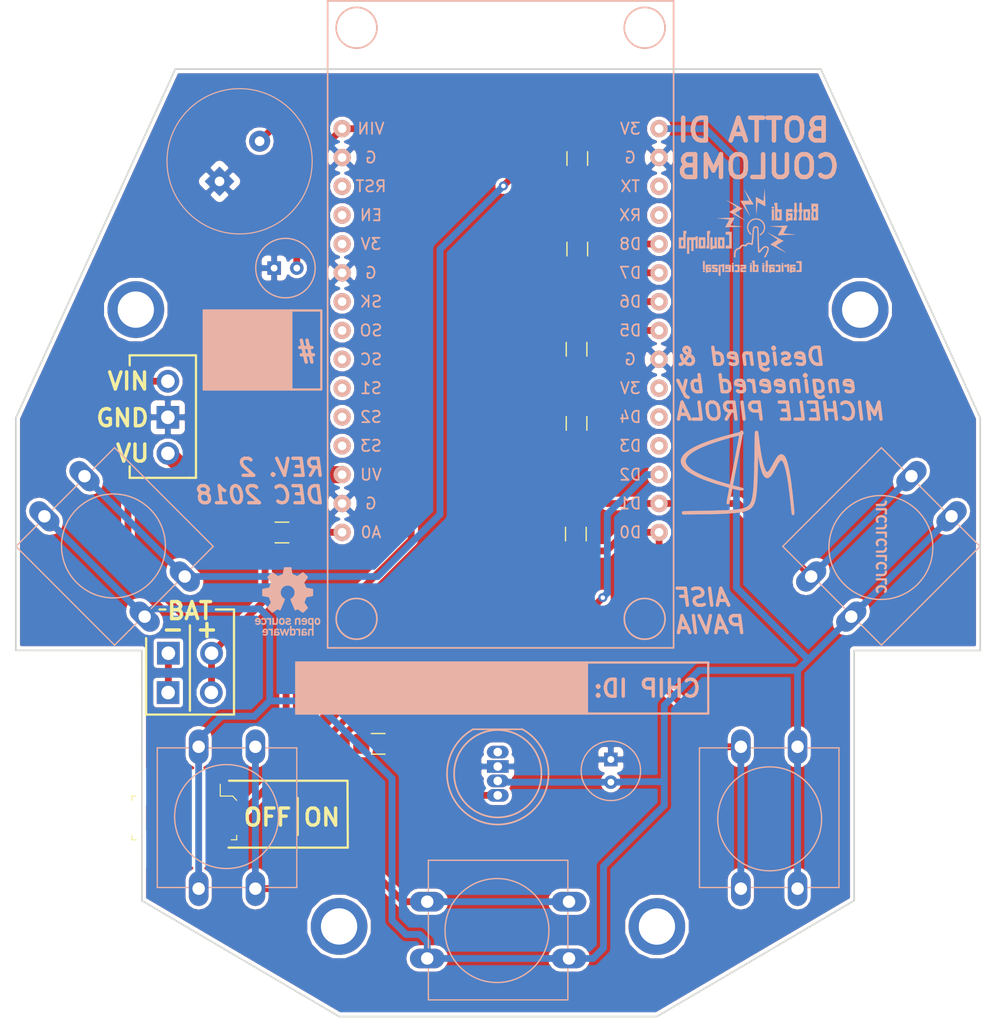
<source format=kicad_pcb>
(kicad_pcb (version 20171130) (host pcbnew 5.0.2-bee76a0~70~ubuntu18.10.1)
  (title_block (title "Botta di Coulomb") (date "13 December 2018") (rev 2) (company "AISF Pavia") (comment 1 "Designed and engineered by Michele Pirola") (comment 2 "Open source project"))
  (layers (0 F.Cu signal) (31 B.Cu signal) (34 B.Paste user) (35 F.Paste user) (36 B.SilkS user) (37 F.SilkS user) (38 B.Mask user) (39 F.Mask user) (44 Edge.Cuts user))
  (net 0 "")
  (net 1 GND)
  (net 2 +3V3)
  (net 3 "Net-(J1-Pad1)")
  (net 4 "Net-(J2-Pad1)")
  (net 5 "Net-(J3-Pad1)")
  (net 6 "Net-(J4-Pad1)")
  (net 7 "Net-(J5-Pad1)")
  (net 8 "Net-(BZ1-Pad1)")
  (net 9 "Net-(R6-Pad2)")
  (net 10 "Net-(C2-Pad1)")
  (net 11 "Net-(D1-Pad1)")
  (net 12 /BAT-)
  (net 13 /BAT+)
  (net 14 /VUSB)
  (net 15 /VSUP)
  (net 16 "Net-(R7-Pad1)")
  (module Button_Switch_THT:SW_PUSH-12mm (layer B.Cu) (at 130.558369 107.740101 135)
    (fp_text reference J5 hide)
    (fp_text value PULS_E)
    (pad 2 thru_hole oval (at 0 -5 135) (size 3.048 1.7272) (drill 1.1) (layers *.Cu *.Mask) (net 2 +3V3))
    (pad 1 thru_hole oval (at 0 0 135) (size 3.048 1.7272) (drill 1.1) (layers *.Cu *.Mask) (net 7 "Net-(J5-Pad1)"))
    (pad 2 thru_hole oval (at 12.5 -5 135) (size 3.048 1.7272) (drill 1.1) (layers *.Cu *.Mask) (net 2 +3V3))
    (pad 1 thru_hole oval (at 12.5 0 135) (size 3.048 1.7272) (drill 1.1) (layers *.Cu *.Mask) (net 7 "Net-(J5-Pad1)"))
  )
  (module Connector_Wire:SolderWirePad_1x02_P3.81mm_Drill0.8mm (layer F.Cu) (at 129.089914 117.96369)
    (fp_text reference J6 hide)
    (fp_text value HEADER_BAT)
    (pad 1 thru_hole rect (at 0 0) (size 1.99898 1.99898) (drill 1.2) (layers *.Cu *.Mask) (net 12 /BAT-))
    (pad 2 thru_hole circle (at 3.81 0) (size 1.99898 1.99898) (drill 1.2) (layers *.Cu *.Mask) (net 13 /BAT+))
  )
  (module Connector_Wire:SolderWirePad_1x02_P3.81mm_Drill0.8mm (layer F.Cu) (at 129.111914 114.49369)
    (fp_text reference J8 hide)
    (fp_text value HEADER_CHG)
    (pad 2 thru_hole circle (at 3.81 0) (size 1.99898 1.99898) (drill 1.2) (layers *.Cu *.Mask) (net 13 /BAT+))
    (pad 1 thru_hole rect (at 0 0) (size 1.99898 1.99898) (drill 1.2) (layers *.Cu *.Mask) (net 12 /BAT-))
  )
  (module Button_Switch_THT:SW_PUSH-12mm (layer B.Cu) (at 194.622835 98.897965 225)
    (fp_text reference J1 hide)
    (fp_text value PULS_A)
    (pad 2 thru_hole oval (at 0 -5 225) (size 3.048 1.7272) (drill 1.1) (layers *.Cu *.Mask) (net 2 +3V3))
    (pad 1 thru_hole oval (at 0 0 225) (size 3.048 1.7272) (drill 1.1) (layers *.Cu *.Mask) (net 3 "Net-(J1-Pad1)"))
    (pad 2 thru_hole oval (at 12.5 -5 225) (size 3.048 1.7272) (drill 1.1) (layers *.Cu *.Mask) (net 2 +3V3))
    (pad 1 thru_hole oval (at 12.5 0 225) (size 3.048 1.7272) (drill 1.1) (layers *.Cu *.Mask) (net 3 "Net-(J1-Pad1)"))
  )
  (module Connector_Wire:SolderWirePad_1x03_P3.175mm_Drill0.8mm (layer F.Cu) (at 129.0701 96.8883 90)
    (fp_text reference J7 hide)
    (fp_text value HEADER_SUP)
    (pad 1 thru_hole circle (at 0 0 90) (size 1.99898 1.99898) (drill 1.2) (layers *.Cu *.Mask) (net 14 /VUSB))
    (pad 2 thru_hole rect (at 3.175 0 90) (size 1.99898 1.99898) (drill 1.2) (layers *.Cu *.Mask) (net 1 GND))
    (pad 3 thru_hole circle (at 6.35 0 90) (size 1.99898 1.99898) (drill 1.2) (layers *.Cu *.Mask) (net 15 /VSUP))
  )
  (module digikey-footprints:Switch_Slide_JS202011SCQN (layer F.Cu) (at 130.51218 129.006821 180)
    (fp_text reference S1 hide)
    (fp_text value JS202011SCQN)
    (pad 3 smd rect (at 2.5 2.75 180) (size 1.2 2.5) (layers F.Cu F.Paste F.Mask))
    (pad 2 smd rect (at 0 2.75 180) (size 1.2 2.5) (layers F.Cu F.Paste F.Mask) (net 15 /VSUP))
    (pad 1 smd rect (at -2.5 2.75 180) (size 1.2 2.5) (layers F.Cu F.Paste F.Mask) (net 10 "Net-(C2-Pad1)"))
    (pad 4 smd rect (at -2.5 -2.75 180) (size 1.2 2.5) (layers F.Cu F.Paste F.Mask) (net 10 "Net-(C2-Pad1)"))
    (pad 5 smd rect (at 0 -2.75 180) (size 1.2 2.5) (layers F.Cu F.Paste F.Mask) (net 15 /VSUP))
    (pad 6 smd rect (at 2.5 -2.75 180) (size 1.2 2.5) (layers F.Cu F.Paste F.Mask))
  )
  (module ESP8266:NodeMCU-LoLinV3 (layer B.Cu) (at 158.404 83.5268)
    (fp_text reference U1 hide)
    (fp_text value NodeMCU)
    (fp_text user VIN (at -11.43 -15.24) (layer B.SilkS) (effects (justify mirror)))
    (fp_text user G (at -11.43 -12.7) (layer B.SilkS) (effects (justify mirror)))
    (fp_text user RST (at -11.43 -10.16) (layer B.SilkS) (effects (justify mirror)))
    (fp_text user EN (at -11.43 -7.62) (layer B.SilkS) (effects (justify mirror)))
    (fp_text user 3V (at -11.43 -5.08) (layer B.SilkS) (effects (justify mirror)))
    (fp_text user G (at -11.43 -2.54) (layer B.SilkS) (effects (justify mirror)))
    (fp_text user SK (at -11.43 0) (layer B.SilkS) (effects (justify mirror)))
    (fp_text user SO (at -11.43 2.54) (layer B.SilkS) (effects (justify mirror)))
    (fp_text user SC (at -11.43 5.08) (layer B.SilkS) (effects (justify mirror)))
    (fp_text user S1 (at -11.43 7.62) (layer B.SilkS) (effects (justify mirror)))
    (fp_text user S2 (at -11.43 10.16) (layer B.SilkS) (effects (justify mirror)))
    (fp_text user S3 (at -11.43 12.7) (layer B.SilkS) (effects (justify mirror)))
    (fp_text user VU (at -11.43 15.24) (layer B.SilkS) (effects (justify mirror)))
    (fp_text user G (at -11.43 17.78) (layer B.SilkS) (effects (justify mirror)))
    (fp_text user A0 (at -11.43 20.32) (layer B.SilkS) (effects (justify mirror)))
    (fp_text user 3V (at 11.43 -15.24) (layer B.SilkS) (effects (justify mirror)))
    (fp_text user G (at 11.43 -12.7) (layer B.SilkS) (effects (justify mirror)))
    (fp_text user TX (at 11.43 -10.16) (layer B.SilkS) (effects (justify mirror)))
    (fp_text user RX (at 11.43 -7.62) (layer B.SilkS) (effects (justify mirror)))
    (fp_text user D8 (at 11.43 -5.08) (layer B.SilkS) (effects (justify mirror)))
    (fp_text user D7 (at 11.43 -2.54) (layer B.SilkS) (effects (justify mirror)))
    (fp_text user D6 (at 11.43 0) (layer B.SilkS) (effects (justify mirror)))
    (fp_text user D5 (at 11.43 2.54) (layer B.SilkS) (effects (justify mirror)))
    (fp_text user G (at 11.43 5.08) (layer B.SilkS) (effects (justify mirror)))
    (fp_text user 3V (at 11.43 7.62) (layer B.SilkS) (effects (justify mirror)))
    (fp_text user D4 (at 11.43 10.16) (layer B.SilkS) (effects (justify mirror)))
    (fp_text user D3 (at 11.43 12.7) (layer B.SilkS) (effects (justify mirror)))
    (fp_text user D2 (at 11.43 15.24) (layer B.SilkS) (effects (justify mirror)))
    (fp_text user D1 (at 11.43 17.78) (layer B.SilkS) (effects (justify mirror)))
    (fp_text user D0 (at 11.43 20.32) (layer B.SilkS) (effects (justify mirror)))
    (pad 1 thru_hole circle (at -13.97 20.32) (size 1.524 1.524) (drill 0.762) (layers *.Cu *.Mask B.SilkS) (net 16 "Net-(R7-Pad1)"))
    (pad 2 thru_hole circle (at -13.97 17.78) (size 1.524 1.524) (drill 0.762) (layers *.Cu *.Mask B.SilkS) (net 1 GND))
    (pad 3 thru_hole circle (at -13.97 15.24) (size 1.524 1.524) (drill 0.762) (layers *.Cu *.Mask B.SilkS) (net 14 /VUSB))
    (pad 4 thru_hole circle (at -13.97 12.7) (size 1.524 1.524) (drill 0.762) (layers *.Cu *.Mask B.SilkS))
    (pad 5 thru_hole circle (at -13.97 10.16) (size 1.524 1.524) (drill 0.762) (layers *.Cu *.Mask B.SilkS))
    (pad 6 thru_hole circle (at -13.97 7.62) (size 1.524 1.524) (drill 0.762) (layers *.Cu *.Mask B.SilkS))
    (pad 7 thru_hole circle (at -13.97 5.08) (size 1.524 1.524) (drill 0.762) (layers *.Cu *.Mask B.SilkS))
    (pad 8 thru_hole circle (at -13.97 2.54) (size 1.524 1.524) (drill 0.762) (layers *.Cu *.Mask B.SilkS))
    (pad 9 thru_hole circle (at -13.97 0) (size 1.524 1.524) (drill 0.762) (layers *.Cu *.Mask B.SilkS))
    (pad 10 thru_hole circle (at -13.97 -2.54) (size 1.524 1.524) (drill 0.762) (layers *.Cu *.Mask B.SilkS) (net 1 GND))
    (pad 11 thru_hole circle (at -13.97 -5.08) (size 1.524 1.524) (drill 0.762) (layers *.Cu *.Mask B.SilkS))
    (pad 12 thru_hole circle (at -13.97 -7.62) (size 1.524 1.524) (drill 0.762) (layers *.Cu *.Mask B.SilkS))
    (pad 13 thru_hole circle (at -13.97 -10.16) (size 1.524 1.524) (drill 0.762) (layers *.Cu *.Mask B.SilkS))
    (pad 14 thru_hole circle (at -13.97 -12.7) (size 1.524 1.524) (drill 0.762) (layers *.Cu *.Mask B.SilkS) (net 1 GND))
    (pad 15 thru_hole circle (at -13.97 -15.24) (size 1.524 1.524) (drill 0.762) (layers *.Cu *.Mask B.SilkS) (net 10 "Net-(C2-Pad1)"))
    (pad 16 thru_hole circle (at 13.97 -15.24) (size 1.524 1.524) (drill 0.762) (layers *.Cu *.Mask B.SilkS) (net 2 +3V3))
    (pad 17 thru_hole circle (at 13.97 -12.7) (size 1.524 1.524) (drill 0.762) (layers *.Cu *.Mask B.SilkS) (net 1 GND))
    (pad 18 thru_hole circle (at 13.97 -10.16) (size 1.524 1.524) (drill 0.762) (layers *.Cu *.Mask B.SilkS))
    (pad 19 thru_hole circle (at 13.97 -7.62) (size 1.524 1.524) (drill 0.762) (layers *.Cu *.Mask B.SilkS))
    (pad 20 thru_hole circle (at 13.97 -5.08) (size 1.524 1.524) (drill 0.762) (layers *.Cu *.Mask B.SilkS) (net 8 "Net-(BZ1-Pad1)"))
    (pad 21 thru_hole circle (at 13.97 -2.54) (size 1.524 1.524) (drill 0.762) (layers *.Cu *.Mask B.SilkS) (net 7 "Net-(J5-Pad1)"))
    (pad 22 thru_hole circle (at 13.97 0) (size 1.524 1.524) (drill 0.762) (layers *.Cu *.Mask B.SilkS) (net 6 "Net-(J4-Pad1)"))
    (pad 23 thru_hole circle (at 13.97 2.54) (size 1.524 1.524) (drill 0.762) (layers *.Cu *.Mask B.SilkS) (net 5 "Net-(J3-Pad1)"))
    (pad 24 thru_hole circle (at 13.97 5.08) (size 1.524 1.524) (drill 0.762) (layers *.Cu *.Mask B.SilkS) (net 1 GND))
    (pad 25 thru_hole circle (at 13.97 7.62) (size 1.524 1.524) (drill 0.762) (layers *.Cu *.Mask B.SilkS))
    (pad 26 thru_hole circle (at 13.97 10.16) (size 1.524 1.524) (drill 0.762) (layers *.Cu *.Mask B.SilkS))
    (pad 27 thru_hole circle (at 13.97 12.7) (size 1.524 1.524) (drill 0.762) (layers *.Cu *.Mask B.SilkS))
    (pad 28 thru_hole circle (at 13.97 15.24) (size 1.524 1.524) (drill 0.762) (layers *.Cu *.Mask B.SilkS) (net 9 "Net-(R6-Pad2)"))
    (pad 29 thru_hole circle (at 13.97 17.78) (size 1.524 1.524) (drill 0.762) (layers *.Cu *.Mask B.SilkS) (net 3 "Net-(J1-Pad1)"))
    (pad 30 thru_hole circle (at 13.97 20.32) (size 1.524 1.524) (drill 0.762) (layers *.Cu *.Mask B.SilkS) (net 4 "Net-(J2-Pad1)"))
  )
  (module Button_Switch_THT:SW_PUSH-12mm (layer B.Cu) (at 179.584 122.7368 270)
    (fp_text reference J2 hide)
    (fp_text value PULS_B)
    (pad 2 thru_hole oval (at 0 -5 270) (size 3.048 1.7272) (drill 1.1) (layers *.Cu *.Mask) (net 2 +3V3))
    (pad 1 thru_hole oval (at 0 0 270) (size 3.048 1.7272) (drill 1.1) (layers *.Cu *.Mask) (net 4 "Net-(J2-Pad1)"))
    (pad 2 thru_hole oval (at 12.5 -5 270) (size 3.048 1.7272) (drill 1.1) (layers *.Cu *.Mask) (net 2 +3V3))
    (pad 1 thru_hole oval (at 12.5 0 270) (size 3.048 1.7272) (drill 1.1) (layers *.Cu *.Mask) (net 4 "Net-(J2-Pad1)"))
  )
  (module digikey-footprints:Piezo_Transducer_THT_PS1240P02BT (layer B.Cu) (at 137.16 69.3928 135)
    (fp_text reference BZ1 hide)
    (fp_text value Buzzer)
    (pad 1 thru_hole oval (at 0 0 135) (size 1.85 1.85) (drill 0.85) (layers *.Cu *.Mask) (net 8 "Net-(BZ1-Pad1)"))
    (pad 2 thru_hole rect (at 0 -5 135) (size 1.85 1.85) (drill 0.85) (layers *.Cu *.Mask) (net 1 GND))
  )
  (module Capacitor_THT:C_Radial_D5.0mm_H7.0mm_P2.00mm (layer B.Cu) (at 168.1226 125.857 90)
    (fp_text reference C1 hide)
    (fp_text value 100u)
    (pad 1 thru_hole circle (at 0 0 90) (size 1.2 1.2) (drill 0.6) (layers *.Cu *.Mask) (net 2 +3V3))
    (pad 2 thru_hole rect (at 2 0 90) (size 1.2 1.2) (drill 0.6) (layers *.Cu *.Mask) (net 1 GND))
  )
  (module Capacitor_THT:C_Radial_D5.0mm_H7.0mm_P2.00mm (layer B.Cu) (at 140.4366 80.5688 180)
    (fp_text reference C2 hide)
    (fp_text value 100u)
    (pad 2 thru_hole rect (at 2 0 180) (size 1.2 1.2) (drill 0.6) (layers *.Cu *.Mask) (net 1 GND))
    (pad 1 thru_hole circle (at 0 0 180) (size 1.2 1.2) (drill 0.6) (layers *.Cu *.Mask) (net 10 "Net-(C2-Pad1)"))
  )
  (module apa-106:APA-106-F8 (layer B.Cu) (at 158.154 125.1118 90)
    (fp_text reference D1 hide)
    (fp_text value APA-106-F5)
    (pad 1 thru_hole oval (at -1.905 0) (size 1.905 1.1176) (drill 0.762) (layers *.Cu *.Mask) (net 11 "Net-(D1-Pad1)"))
    (pad 3 thru_hole rect (at 0.635 0) (size 1.905 1.1176) (drill 0.762) (layers *.Cu *.Mask) (net 1 GND))
    (pad 2 thru_hole oval (at -0.635 0) (size 1.905 1.1176) (drill 0.762) (layers *.Cu *.Mask) (net 2 +3V3))
    (pad 4 thru_hole oval (at 1.905 0) (size 1.905 1.1176) (drill 0.762) (layers *.Cu *.Mask))
  )
  (module Button_Switch_THT:SW_PUSH-12mm (layer B.Cu) (at 164.434 136.3868 180)
    (fp_text reference J3 hide)
    (fp_text value PULS_C)
    (pad 1 thru_hole oval (at 12.5 0 180) (size 3.048 1.7272) (drill 1.1) (layers *.Cu *.Mask) (net 5 "Net-(J3-Pad1)"))
    (pad 2 thru_hole oval (at 12.5 -5 180) (size 3.048 1.7272) (drill 1.1) (layers *.Cu *.Mask) (net 2 +3V3))
    (pad 1 thru_hole oval (at 0 0 180) (size 3.048 1.7272) (drill 1.1) (layers *.Cu *.Mask) (net 5 "Net-(J3-Pad1)"))
    (pad 2 thru_hole oval (at 0 -5 180) (size 3.048 1.7272) (drill 1.1) (layers *.Cu *.Mask) (net 2 +3V3))
  )
  (module Button_Switch_THT:SW_PUSH-12mm (layer B.Cu) (at 136.784 135.2368 90)
    (fp_text reference J4 hide)
    (fp_text value PULS_D)
    (pad 1 thru_hole oval (at 12.5 0 90) (size 3.048 1.7272) (drill 1.1) (layers *.Cu *.Mask) (net 6 "Net-(J4-Pad1)"))
    (pad 2 thru_hole oval (at 12.5 -5 90) (size 3.048 1.7272) (drill 1.1) (layers *.Cu *.Mask) (net 2 +3V3))
    (pad 1 thru_hole oval (at 0 0 90) (size 3.048 1.7272) (drill 1.1) (layers *.Cu *.Mask) (net 6 "Net-(J4-Pad1)"))
    (pad 2 thru_hole oval (at 0 -5 90) (size 3.048 1.7272) (drill 1.1) (layers *.Cu *.Mask) (net 2 +3V3))
  )
  (module Resistor_SMD:R_1206_3216Metric_Pad1.42x1.75mm_HandSolder (layer F.Cu) (at 165.1 94.2483 90)
    (fp_text reference R1 hide)
    (fp_text value 10k)
    (pad 1 smd roundrect (at -1.4875 0 90) (size 1.425 1.75) (layers F.Cu F.Paste F.Mask) (roundrect_rratio 0.175439) (net 3 "Net-(J1-Pad1)"))
    (pad 2 smd roundrect (at 1.4875 0 90) (size 1.425 1.75) (layers F.Cu F.Paste F.Mask) (roundrect_rratio 0.175439) (net 1 GND))
  )
  (module Resistor_SMD:R_1206_3216Metric_Pad1.42x1.75mm_HandSolder (layer F.Cu) (at 165.0365 104.0003 90)
    (fp_text reference R2 hide)
    (fp_text value 10k)
    (pad 1 smd roundrect (at -1.4875 0 90) (size 1.425 1.75) (layers F.Cu F.Paste F.Mask) (roundrect_rratio 0.175439) (net 4 "Net-(J2-Pad1)"))
    (pad 2 smd roundrect (at 1.4875 0 90) (size 1.425 1.75) (layers F.Cu F.Paste F.Mask) (roundrect_rratio 0.175439) (net 1 GND))
  )
  (module Resistor_SMD:R_1206_3216Metric_Pad1.42x1.75mm_HandSolder (layer F.Cu) (at 165.1 87.7173 90)
    (fp_text reference R3 hide)
    (fp_text value 10k)
    (pad 2 smd roundrect (at 1.4875 0 90) (size 1.425 1.75) (layers F.Cu F.Paste F.Mask) (roundrect_rratio 0.175439) (net 1 GND))
    (pad 1 smd roundrect (at -1.4875 0 90) (size 1.425 1.75) (layers F.Cu F.Paste F.Mask) (roundrect_rratio 0.175439) (net 5 "Net-(J3-Pad1)"))
  )
  (module Resistor_SMD:R_1206_3216Metric_Pad1.42x1.75mm_HandSolder (layer F.Cu) (at 165.1635 78.8908 90)
    (fp_text reference R4 hide)
    (fp_text value 10k)
    (pad 1 smd roundrect (at -1.4875 0 90) (size 1.425 1.75) (layers F.Cu F.Paste F.Mask) (roundrect_rratio 0.175439) (net 6 "Net-(J4-Pad1)"))
    (pad 2 smd roundrect (at 1.4875 0 90) (size 1.425 1.75) (layers F.Cu F.Paste F.Mask) (roundrect_rratio 0.175439) (net 1 GND))
  )
  (module Resistor_SMD:R_1206_3216Metric_Pad1.42x1.75mm_HandSolder (layer F.Cu) (at 165.1635 70.9168 90)
    (fp_text reference R5 hide)
    (fp_text value 10k)
    (pad 2 smd roundrect (at 1.4875 0 90) (size 1.425 1.75) (layers F.Cu F.Paste F.Mask) (roundrect_rratio 0.175439) (net 1 GND))
    (pad 1 smd roundrect (at -1.4875 0 90) (size 1.425 1.75) (layers F.Cu F.Paste F.Mask) (roundrect_rratio 0.175439) (net 7 "Net-(J5-Pad1)"))
  )
  (module Resistor_SMD:R_1206_3216Metric_Pad1.42x1.75mm_HandSolder (layer F.Cu) (at 147.6105 122.4788 180)
    (fp_text reference R6 hide)
    (fp_text value 220)
    (pad 2 smd roundrect (at 1.4875 0 180) (size 1.425 1.75) (layers F.Cu F.Paste F.Mask) (roundrect_rratio 0.175439) (net 9 "Net-(R6-Pad2)"))
    (pad 1 smd roundrect (at -1.4875 0 180) (size 1.425 1.75) (layers F.Cu F.Paste F.Mask) (roundrect_rratio 0.175439) (net 11 "Net-(D1-Pad1)"))
  )
  (module Resistor_SMD:R_1206_3216Metric_Pad1.42x1.75mm_HandSolder (layer F.Cu) (at 139.1269 103.8606 180)
    (fp_text reference R7 hide)
    (fp_text value 100k_1%)
    (pad 1 smd roundrect (at -1.4875 0 180) (size 1.425 1.75) (layers F.Cu F.Paste F.Mask) (roundrect_rratio 0.175439) (net 16 "Net-(R7-Pad1)"))
    (pad 2 smd roundrect (at 1.4875 0 180) (size 1.425 1.75) (layers F.Cu F.Paste F.Mask) (roundrect_rratio 0.175439) (net 13 /BAT+))
  )
  (module logo:logo_mic (layer B.Cu) (at 179.2986 98.6028 180)
    (fp_text reference G*** hide)
    (fp_text value LOGO hide)
  )
  (module loghi:bdc_logo_small (layer B.Cu) (at 180.2638 77.3684 180)
    (fp_text reference G*** hide)
    (fp_text value LOGO hide)
  )
  (module Symbol:OSHW-Logo_5.7x6mm_SilkScreen (layer B.Cu) (at 139.6365 109.9312 180)
    (fp_text reference REF** hide)
    (fp_text value OSHW-Logo_5.7x6mm_SilkScreen hide)
  )
  (gr_text JLCJLCJLCJLC (at 192.0113 105.1306 90) (layer B.SilkS) (effects (font (size 0.8 0.8) (thickness 0.2)) (justify mirror)))
  (gr_line (start 127.1524 119.9007) (end 127.1524 113.1697) (layer F.SilkS) (width 0.2))
  (gr_line (start 134.8994 119.9007) (end 127.1524 119.9007) (layer F.SilkS) (width 0.2))
  (gr_line (start 134.8994 110.6424) (end 134.8994 119.9007) (layer F.SilkS) (width 0.2))
  (gr_line (start 133.2992 110.6424) (end 134.8994 110.6424) (layer F.SilkS) (width 0.2))
  (gr_line (start 128.8542 110.6424) (end 128.3335 110.6424) (layer F.SilkS) (width 0.2))
  (gr_text "- +" (at 131.0132 112.3442) (layer F.SilkS) (effects (font (size 1.5 1.5) (thickness 0.3))))
  (gr_line (start 131.0132 112.0394) (end 131.0132 119.5578) (layer F.SilkS) (width 0.2))
  (gr_text BAT (at 131.0132 110.7694) (layer F.SilkS) (effects (font (size 1.5 1.5) (thickness 0.3))))
  (gr_line (start 144.9324 131.6228) (end 134.4168 131.6228) (layer F.SilkS) (width 0.2))
  (gr_line (start 144.907 125.73) (end 144.9324 131.6228) (layer F.SilkS) (width 0.2))
  (gr_line (start 134.4676 125.73) (end 144.907 125.73) (layer F.SilkS) (width 0.2))
  (gr_line (start 140.5128 127.254) (end 140.5128 130.5052) (layer F.SilkS) (width 0.2))
  (gr_line (start 176.7078 115.316) (end 176.7078 119.8118) (layer B.SilkS) (width 0.2))
  (gr_poly (pts (xy 166.0398 115.2906) (xy 140.3604 115.2906) (xy 140.3604 119.8372) (xy 166.0144 119.8372) (xy 166.0398 119.8118)) (layer B.SilkS) (width 0.15))
  (gr_line (start 142.5956 91.2622) (end 142.5956 89.281) (layer B.SilkS) (width 0.2))
  (gr_line (start 139.9286 91.2622) (end 142.5956 91.2622) (layer B.SilkS) (width 0.2))
  (gr_line (start 142.5956 84.3026) (end 142.5956 89.3064) (layer B.SilkS) (width 0.2))
  (gr_line (start 139.954 84.3026) (end 142.5956 84.3026) (layer B.SilkS) (width 0.2))
  (gr_text "#" (at 141.3002 87.884) (layer B.SilkS) (effects (font (size 1.5 1.5) (thickness 0.3)) (justify mirror)))
  (gr_poly (pts (xy 132.207 91.2876) (xy 132.207 84.2772) (xy 139.9794 84.2772) (xy 139.9794 91.2876)) (layer B.SilkS) (width 0.15))
  (gr_line (start 176.7078 119.8118) (end 166.0398 119.8118) (layer B.SilkS) (width 0.2))
  (gr_line (start 166.0398 115.316) (end 176.7078 115.316) (layer B.SilkS) (width 0.2))
  (gr_line (start 131.5466 99.0473) (end 130.9116 99.0473) (layer F.SilkS) (width 0.2))
  (gr_line (start 131.5466 88.2523) (end 131.5466 99.0473) (layer F.SilkS) (width 0.2))
  (gr_line (start 125.7046 88.2523) (end 131.5466 88.2523) (layer F.SilkS) (width 0.2))
  (gr_line (start 125.7046 89.1413) (end 125.7046 88.2523) (layer F.SilkS) (width 0.2))
  (gr_line (start 125.7046 98.4758) (end 125.7046 98.0313) (layer F.SilkS) (width 0.2))
  (gr_line (start 125.7046 99.0473) (end 125.7046 98.4123) (layer F.SilkS) (width 0.2))
  (gr_line (start 130.9751 99.0473) (end 125.7046 99.0473) (layer F.SilkS) (width 0.2))
  (gr_text GND (at 125.0696 93.7768) (layer F.SilkS) (effects (font (size 1.5 1.5) (thickness 0.3))))
  (gr_text VIN (at 125.5776 90.5383) (layer F.SilkS) (effects (font (size 1.5 1.5) (thickness 0.3))))
  (gr_text VU (at 125.9586 96.8883) (layer F.SilkS) (effects (font (size 1.5 1.5) (thickness 0.3))))
  (gr_text "OFF ON" (at 135.5852 128.9558) (layer F.SilkS) (effects (font (size 1.5 1.5) (thickness 0.3)) (justify left)))
  (gr_text "AISF\nPAVIA" (at 173.736 110.7948) (layer B.SilkS) (effects (font (size 1.5 1.5) (thickness 0.3) italic) (justify right mirror)))
  (gr_text "CHIP ID:" (at 171.323 117.602) (layer B.SilkS) (effects (font (size 1.5 1.5) (thickness 0.3)) (justify mirror)))
  (gr_text "REV. 2\nDEC 2018" (at 143.0401 99.3521) (layer B.SilkS) (effects (font (size 1.5 1.5) (thickness 0.3) italic) (justify left mirror)))
  (gr_text "Designed &\nengineered by\nMICHELE PIROLA" (at 173.736 90.7796) (layer B.SilkS) (effects (font (size 1.5 1.5) (thickness 0.3) italic) (justify right mirror)))
  (gr_text "BOTTA DI\nCOULOMB" (at 173.7614 70.0278) (layer B.SilkS) (effects (font (size 2 2) (thickness 0.4)) (justify right mirror)))
  (gr_line (start 200.684 93.7568) (end 186.634 63.0368) (layer Edge.Cuts) (width 0.15))
  (gr_line (start 200.684 114.2568) (end 200.684 93.7568) (layer Edge.Cuts) (width 0.15))
  (gr_line (start 189.574 114.2568) (end 200.684 114.2568) (layer Edge.Cuts) (width 0.15))
  (gr_line (start 189.574 136.2868) (end 189.574 114.2568) (layer Edge.Cuts) (width 0.15))
  (gr_line (start 172.174 146.5068) (end 189.574 136.2868) (layer Edge.Cuts) (width 0.15))
  (gr_line (start 144.174 146.5068) (end 172.174 146.5068) (layer Edge.Cuts) (width 0.15))
  (gr_line (start 126.784 136.2968) (end 144.174 146.5068) (layer Edge.Cuts) (width 0.15))
  (gr_line (start 126.774 114.2568) (end 126.784 136.2968) (layer Edge.Cuts) (width 0.15))
  (gr_line (start 115.664 114.2468) (end 126.774 114.2568) (layer Edge.Cuts) (width 0.15))
  (gr_line (start 115.664 93.7568) (end 115.664 114.2468) (layer Edge.Cuts) (width 0.15))
  (gr_line (start 129.724 63.0368) (end 115.664 93.7568) (layer Edge.Cuts) (width 0.15))
  (gr_line (start 186.634 63.0368) (end 129.724 63.0368) (layer Edge.Cuts) (width 0.15))
  (via (at 126.244 84.2268) (size 5) (drill 3.2) (layers F.Cu B.Cu) (net 0))
  (via (at 172.184 138.5768) (size 5) (drill 3.2) (layers F.Cu B.Cu) (net 0))
  (via (at 144.164 138.5668) (size 5) (drill 3.2) (layers F.Cu B.Cu) (net 0))
  (via (at 190.104 84.2268) (size 5) (drill 3.2) (layers F.Cu B.Cu) (net 0))
  (segment (start 151.934 141.3868) (end 164.434 141.3868) (width 0.6) (layer B.Cu) (net 2))
  (segment (start 184.584 133.1128) (end 184.584 122.7368) (width 0.6) (layer B.Cu) (net 2))
  (segment (start 184.584 135.2368) (end 184.584 133.1128) (width 0.6) (layer B.Cu) (net 2))
  (segment (start 189.319534 111.272334) (end 190.467874 110.123994) (width 0.6) (layer B.Cu) (net 2))
  (segment (start 131.784 122.7368) (end 131.784 135.2368) (width 0.6) (layer B.Cu) (net 2))
  (segment (start 118.184 102.4368) (end 127.022835 111.275635) (width 0.6) (layer B.Cu) (net 2))
  (segment (start 190.467874 110.123994) (end 198.158369 102.433499) (width 0.6) (layer B.Cu) (net 2))
  (segment (start 184.584 122.7368) (end 184.584 116.0526) (width 0.6) (layer B.Cu) (net 2))
  (segment (start 184.584 116.0526) (end 184.584 116.007868) (width 0.6) (layer B.Cu) (net 2))
  (segment (start 184.584 116.007868) (end 185.5343 115.057568) (width 0.6) (layer B.Cu) (net 2))
  (segment (start 185.5343 115.057568) (end 189.319534 111.272334) (width 0.6) (layer B.Cu) (net 2))
  (segment (start 136.6901 120.0531) (end 133.8073 120.0531) (width 0.6) (layer B.Cu) (net 2))
  (segment (start 137.188068 110.594268) (end 138.049 111.4552) (width 0.6) (layer B.Cu) (net 2))
  (segment (start 138.049 118.6942) (end 136.6901 120.0531) (width 0.6) (layer B.Cu) (net 2))
  (segment (start 127.022835 111.275635) (end 127.704202 110.594268) (width 0.6) (layer B.Cu) (net 2))
  (segment (start 127.704202 110.594268) (end 137.188068 110.594268) (width 0.6) (layer B.Cu) (net 2))
  (segment (start 131.784 122.0764) (end 131.784 122.7368) (width 0.6) (layer B.Cu) (net 2))
  (segment (start 138.049 111.4552) (end 138.049 118.6942) (width 0.6) (layer B.Cu) (net 2))
  (segment (start 133.8073 120.0531) (end 131.784 122.0764) (width 0.6) (layer B.Cu) (net 2))
  (segment (start 164.434 141.3868) (end 166.558 141.3868) (width 0.6) (layer B.Cu) (net 2))
  (segment (start 166.558 141.3868) (end 167.4749 140.4699) (width 0.6) (layer B.Cu) (net 2))
  (segment (start 184.584 116.007868) (end 175.914332 116.007868) (width 0.6) (layer B.Cu) (net 2))
  (segment (start 172.8343 127.9017) (end 167.4749 133.2611) (width 0.6) (layer B.Cu) (net 2))
  (segment (start 167.4749 140.4699) (end 167.4749 133.2611) (width 0.6) (layer B.Cu) (net 2))
  (segment (start 175.914332 116.007868) (end 172.8343 119.0879) (width 0.6) (layer B.Cu) (net 2))
  (segment (start 158.2642 125.857) (end 158.154 125.7468) (width 0.6) (layer B.Cu) (net 2))
  (segment (start 168.1226 125.857) (end 158.2642 125.857) (width 0.6) (layer B.Cu) (net 2))
  (segment (start 141.986 118.6942) (end 138.049 118.6942) (width 0.6) (layer B.Cu) (net 2))
  (segment (start 151.934 141.3868) (end 151.934 139.9232) (width 0.6) (layer B.Cu) (net 2))
  (segment (start 151.934 139.9232) (end 151.279 139.2682) (width 0.6) (layer B.Cu) (net 2))
  (segment (start 151.279 139.2682) (end 150.0632 139.2682) (width 0.6) (layer B.Cu) (net 2))
  (segment (start 150.0632 139.2682) (end 148.8313 138.0363) (width 0.6) (layer B.Cu) (net 2))
  (segment (start 148.8313 138.0363) (end 148.8313 125.5395) (width 0.6) (layer B.Cu) (net 2))
  (segment (start 148.8313 125.5395) (end 141.986 118.6942) (width 0.6) (layer B.Cu) (net 2))
  (segment (start 168.971128 125.857) (end 169.009228 125.8189) (width 0.6) (layer B.Cu) (net 2))
  (segment (start 168.1226 125.857) (end 168.971128 125.857) (width 0.6) (layer B.Cu) (net 2))
  (segment (start 169.009228 125.8189) (end 172.8343 125.8189) (width 0.6) (layer B.Cu) (net 2))
  (segment (start 172.8343 119.0879) (end 172.8343 125.8189) (width 0.6) (layer B.Cu) (net 2))
  (segment (start 172.8343 125.8189) (end 172.8343 127.9017) (width 0.6) (layer B.Cu) (net 2))
  (segment (start 179.197 71.0311) (end 176.4527 68.2868) (width 0.6) (layer B.Cu) (net 2))
  (segment (start 185.5343 115.057568) (end 179.197 108.720268) (width 0.6) (layer B.Cu) (net 2))
  (segment (start 176.4527 68.2868) (end 172.374 68.2868) (width 0.6) (layer B.Cu) (net 2))
  (segment (start 179.197 108.720268) (end 179.197 71.0311) (width 0.6) (layer B.Cu) (net 2))
  (segment (start 172.374 101.3068) (end 167.804 101.3068) (width 0.6) (layer F.Cu) (net 3))
  (segment (start 165.1 98.6028) (end 165.1 95.7358) (width 0.6) (layer F.Cu) (net 3))
  (segment (start 167.804 101.3068) (end 165.1 98.6028) (width 0.6) (layer F.Cu) (net 3))
  (segment (start 185.784 107.7368) (end 194.622835 98.897965) (width 0.6) (layer B.Cu) (net 3))
  (segment (start 179.354 101.3068) (end 185.784 107.7368) (width 0.6) (layer F.Cu) (net 3))
  (segment (start 172.374 101.3068) (end 179.354 101.3068) (width 0.6) (layer F.Cu) (net 3))
  (segment (start 172.374 103.8468) (end 169.381 103.8468) (width 0.6) (layer F.Cu) (net 4))
  (segment (start 167.74 105.4878) (end 165.0365 105.4878) (width 0.6) (layer F.Cu) (net 4))
  (segment (start 169.381 103.8468) (end 167.74 105.4878) (width 0.6) (layer F.Cu) (net 4))
  (segment (start 179.584 135.2368) (end 179.584 122.7368) (width 0.6) (layer B.Cu) (net 4))
  (segment (start 178.1204 122.7368) (end 179.584 122.7368) (width 0.6) (layer F.Cu) (net 4))
  (segment (start 172.374 116.9904) (end 178.1204 122.7368) (width 0.6) (layer F.Cu) (net 4))
  (segment (start 172.374 103.8468) (end 172.374 116.9904) (width 0.6) (layer F.Cu) (net 4))
  (segment (start 167.513 89.2048) (end 165.1 89.2048) (width 0.6) (layer F.Cu) (net 5))
  (segment (start 172.374 86.0668) (end 170.651 86.0668) (width 0.6) (layer F.Cu) (net 5))
  (segment (start 170.651 86.0668) (end 167.513 89.2048) (width 0.6) (layer F.Cu) (net 5))
  (segment (start 151.934 136.3868) (end 164.434 136.3868) (width 0.6) (layer B.Cu) (net 5))
  (segment (start 149.81 136.3868) (end 151.934 136.3868) (width 0.6) (layer F.Cu) (net 5))
  (segment (start 165.1 89.2048) (end 162.0012 89.2048) (width 0.6) (layer F.Cu) (net 5))
  (segment (start 162.0012 89.2048) (end 160.528 90.678) (width 0.6) (layer F.Cu) (net 5))
  (segment (start 160.528 104.521) (end 143.51 121.539) (width 0.6) (layer F.Cu) (net 5))
  (segment (start 143.51 130.0868) (end 149.81 136.3868) (width 0.6) (layer F.Cu) (net 5))
  (segment (start 160.528 90.678) (end 160.528 104.521) (width 0.6) (layer F.Cu) (net 5))
  (segment (start 143.51 121.539) (end 143.51 130.0868) (width 0.6) (layer F.Cu) (net 5))
  (segment (start 172.374 83.5268) (end 167.677 83.5268) (width 0.6) (layer F.Cu) (net 6))
  (segment (start 165.1635 81.1908) (end 165.1635 83.5268) (width 0.6) (layer F.Cu) (net 6))
  (segment (start 165.1635 80.3783) (end 165.1635 81.1908) (width 0.6) (layer F.Cu) (net 6))
  (segment (start 167.677 83.5268) (end 165.1635 83.5268) (width 0.6) (layer F.Cu) (net 6))
  (segment (start 136.784 135.2368) (end 136.784 122.7368) (width 0.6) (layer B.Cu) (net 6))
  (segment (start 156.464 104.5204) (end 156.464 89.6874) (width 0.6) (layer F.Cu) (net 6))
  (segment (start 162.6246 83.5268) (end 165.1635 83.5268) (width 0.6) (layer F.Cu) (net 6))
  (segment (start 156.464 89.6874) (end 162.6246 83.5268) (width 0.6) (layer F.Cu) (net 6))
  (segment (start 142.5956 118.3888) (end 156.464 104.5204) (width 0.6) (layer F.Cu) (net 6))
  (segment (start 141.9092 131.5752) (end 141.9092 119.0752) (width 0.6) (layer F.Cu) (net 6))
  (segment (start 138.2476 135.2368) (end 141.9092 131.5752) (width 0.6) (layer F.Cu) (net 6))
  (segment (start 136.784 135.2368) (end 138.2476 135.2368) (width 0.6) (layer F.Cu) (net 6))
  (segment (start 141.9092 119.0752) (end 142.5956 118.3888) (width 0.6) (layer F.Cu) (net 6))
  (segment (start 171.29637 80.9868) (end 167.9575 77.64793) (width 0.6) (layer F.Cu) (net 7))
  (segment (start 172.374 80.9868) (end 171.29637 80.9868) (width 0.6) (layer F.Cu) (net 7))
  (segment (start 165.934847 73.212147) (end 167.9575 75.2348) (width 0.6) (layer F.Cu) (net 7))
  (segment (start 165.934847 73.175647) (end 165.934847 73.212147) (width 0.6) (layer F.Cu) (net 7))
  (segment (start 165.1635 72.4043) (end 165.934847 73.175647) (width 0.6) (layer F.Cu) (net 7))
  (segment (start 167.9575 77.64793) (end 167.9575 75.2348) (width 0.6) (layer F.Cu) (net 7))
  (segment (start 121.719534 98.901266) (end 130.558369 107.740101) (width 0.6) (layer B.Cu) (net 7))
  (segment (start 130.558369 107.740101) (end 147.580699 107.740101) (width 0.6) (layer B.Cu) (net 7))
  (segment (start 147.580699 107.740101) (end 153.0604 102.2604) (width 0.6) (layer B.Cu) (net 7))
  (segment (start 153.0604 102.2604) (end 153.0604 78.9178) (width 0.6) (layer B.Cu) (net 7))
  (via (at 158.6484 73.3298) (size 0.8) (drill 0.4) (layers F.Cu B.Cu) (net 7))
  (segment (start 153.0604 78.9178) (end 158.6484 73.3298) (width 0.6) (layer B.Cu) (net 7))
  (segment (start 159.5739 72.4043) (end 165.1635 72.4043) (width 0.6) (layer F.Cu) (net 7))
  (segment (start 158.6484 73.3298) (end 159.5739 72.4043) (width 0.6) (layer F.Cu) (net 7))
  (segment (start 140.7033 65.8495) (end 137.16 69.3928) (width 0.6) (layer F.Cu) (net 8))
  (segment (start 149.6568 65.8495) (end 140.7033 65.8495) (width 0.6) (layer F.Cu) (net 8))
  (segment (start 172.374 78.4468) (end 171.0425 78.4468) (width 0.6) (layer F.Cu) (net 8))
  (segment (start 171.0425 78.4468) (end 169.6085 77.0128) (width 0.6) (layer F.Cu) (net 8))
  (segment (start 169.6085 77.0128) (end 169.6085 68.6308) (width 0.6) (layer F.Cu) (net 8))
  (segment (start 168.0337 67.056) (end 150.8633 67.056) (width 0.6) (layer F.Cu) (net 8))
  (segment (start 150.8633 67.056) (end 149.6568 65.8495) (width 0.6) (layer F.Cu) (net 8))
  (segment (start 169.6085 68.6308) (end 168.0337 67.056) (width 0.6) (layer F.Cu) (net 8))
  (via (at 167.4114 109.601) (size 0.8) (drill 0.4) (layers F.Cu B.Cu) (net 9))
  (segment (start 167.811399 109.201001) (end 167.4114 109.601) (width 0.6) (layer B.Cu) (net 9))
  (segment (start 167.811399 102.251771) (end 167.811399 109.201001) (width 0.6) (layer B.Cu) (net 9))
  (segment (start 171.29637 98.7668) (end 167.811399 102.251771) (width 0.6) (layer B.Cu) (net 9))
  (segment (start 172.374 98.7668) (end 171.29637 98.7668) (width 0.6) (layer B.Cu) (net 9))
  (segment (start 166.0906 110.9218) (end 167.4114 109.601) (width 0.6) (layer F.Cu) (net 9))
  (segment (start 149.9076 118.6942) (end 157.68 110.9218) (width 0.6) (layer F.Cu) (net 9))
  (segment (start 157.68 110.9218) (end 166.0906 110.9218) (width 0.6) (layer F.Cu) (net 9))
  (segment (start 146.123 121.5038) (end 148.9326 118.6942) (width 0.6) (layer F.Cu) (net 9))
  (segment (start 148.9326 118.6942) (end 149.9076 118.6942) (width 0.6) (layer F.Cu) (net 9))
  (segment (start 146.123 122.4788) (end 146.123 121.5038) (width 0.6) (layer F.Cu) (net 9))
  (segment (start 140.4366 72.2842) (end 144.434 68.2868) (width 0.6) (layer F.Cu) (net 10))
  (segment (start 140.4366 80.5688) (end 140.4366 72.2842) (width 0.6) (layer F.Cu) (net 10))
  (segment (start 133.01218 129.0574) (end 133.01218 131.756821) (width 0.6) (layer F.Cu) (net 10))
  (segment (start 133.01218 126.256821) (end 133.01218 129.0574) (width 0.6) (layer F.Cu) (net 10))
  (segment (start 135.061601 129.0574) (end 133.01218 129.0574) (width 0.6) (layer F.Cu) (net 10))
  (segment (start 144.434 68.2868) (end 147.9285 68.2868) (width 0.6) (layer F.Cu) (net 10))
  (segment (start 139.4968 124.622201) (end 135.061601 129.0574) (width 0.6) (layer F.Cu) (net 10))
  (segment (start 147.9285 68.2868) (end 150.5204 70.8787) (width 0.6) (layer F.Cu) (net 10))
  (segment (start 150.5204 70.8787) (end 150.5204 104.4956) (width 0.6) (layer F.Cu) (net 10))
  (segment (start 150.5204 104.4956) (end 139.4968 115.5192) (width 0.6) (layer F.Cu) (net 10))
  (segment (start 139.4968 115.5192) (end 139.4968 124.622201) (width 0.6) (layer F.Cu) (net 10))
  (segment (start 153.636 127.0168) (end 149.098 122.4788) (width 0.6) (layer F.Cu) (net 11))
  (segment (start 158.154 127.0168) (end 153.636 127.0168) (width 0.6) (layer F.Cu) (net 11))
  (segment (start 129.111914 117.94169) (end 129.089914 117.96369) (width 0.6) (layer F.Cu) (net 12))
  (segment (start 129.111914 114.49369) (end 129.111914 117.94169) (width 0.6) (layer F.Cu) (net 12))
  (segment (start 132.921914 117.94169) (end 132.899914 117.96369) (width 0.6) (layer F.Cu) (net 13))
  (segment (start 132.921914 114.49369) (end 132.921914 117.94169) (width 0.6) (layer F.Cu) (net 13))
  (segment (start 132.921914 114.49369) (end 137.668 109.747604) (width 0.6) (layer F.Cu) (net 13))
  (segment (start 137.6394 109.719004) (end 137.6394 103.8606) (width 0.6) (layer F.Cu) (net 13))
  (segment (start 137.668 109.747604) (end 137.6394 109.719004) (width 0.6) (layer F.Cu) (net 13))
  (segment (start 130.9486 98.7668) (end 129.0701 96.8883) (width 1.5) (layer F.Cu) (net 14))
  (segment (start 144.434 98.7668) (end 130.9486 98.7668) (width 1.5) (layer F.Cu) (net 14))
  (segment (start 130.51218 131.756821) (end 130.51218 126.256821) (width 0.6) (layer F.Cu) (net 15))
  (segment (start 127.656608 90.5383) (end 129.0701 90.5383) (width 0.6) (layer F.Cu) (net 15))
  (segment (start 125.5522 92.642708) (end 127.656608 90.5383) (width 0.6) (layer F.Cu) (net 15))
  (segment (start 130.51218 125.59728) (end 129.413 124.4981) (width 0.6) (layer F.Cu) (net 15))
  (segment (start 129.413 121.0437) (end 131.0132 119.4435) (width 0.6) (layer F.Cu) (net 15))
  (segment (start 130.51218 126.256821) (end 130.51218 125.59728) (width 0.6) (layer F.Cu) (net 15))
  (segment (start 125.5522 106.299) (end 125.5522 92.642708) (width 0.6) (layer F.Cu) (net 15))
  (segment (start 129.413 124.4981) (end 129.413 121.0437) (width 0.6) (layer F.Cu) (net 15))
  (segment (start 131.0132 111.76) (end 125.5522 106.299) (width 0.6) (layer F.Cu) (net 15))
  (segment (start 131.0132 119.4435) (end 131.0132 111.76) (width 0.6) (layer F.Cu) (net 15))
  (segment (start 140.6282 103.8468) (end 140.6144 103.8606) (width 0.6) (layer F.Cu) (net 16))
  (segment (start 144.434 103.8468) (end 140.6282 103.8468) (width 0.6) (layer F.Cu) (net 16))
  (zone (net 1) (net_name GND) (layer F.Cu) (connect_pads (clearance 0.3)) (min_thickness 0.254) (fill yes (arc_segments 16) (thermal_gap 0.508) (thermal_bridge_width 0.508))
    (polygon (pts (xy 172.212 146.4818) (xy 144.145 146.4818) (xy 126.8095 136.3218) (xy 126.8095 114.2873) (xy 115.6335 114.2873) (xy 115.6335 93.7768) (xy 129.7305 62.9793) (xy 186.6265 62.9793) (xy 200.7235 93.7768) (xy 200.7235 114.2873) (xy 189.611 114.2873) (xy 189.611 136.3218)))
  )
  (zone (net 1) (net_name GND) (layer B.Cu) (connect_pads (clearance 0.3)) (min_thickness 0.254) (fill yes (arc_segments 16) (thermal_gap 0.508) (thermal_bridge_width 0.508))
    (polygon (pts (xy 172.212 146.4818) (xy 144.145 146.4818) (xy 126.8095 136.3218) (xy 126.8095 114.2873) (xy 115.6335 114.2873) (xy 115.6335 93.7768) (xy 129.7305 62.9793) (xy 186.6265 62.9793) (xy 200.7235 93.7768) (xy 200.7235 114.2873) (xy 189.611 114.2873) (xy 189.611 136.3218)))
  )
)
</source>
